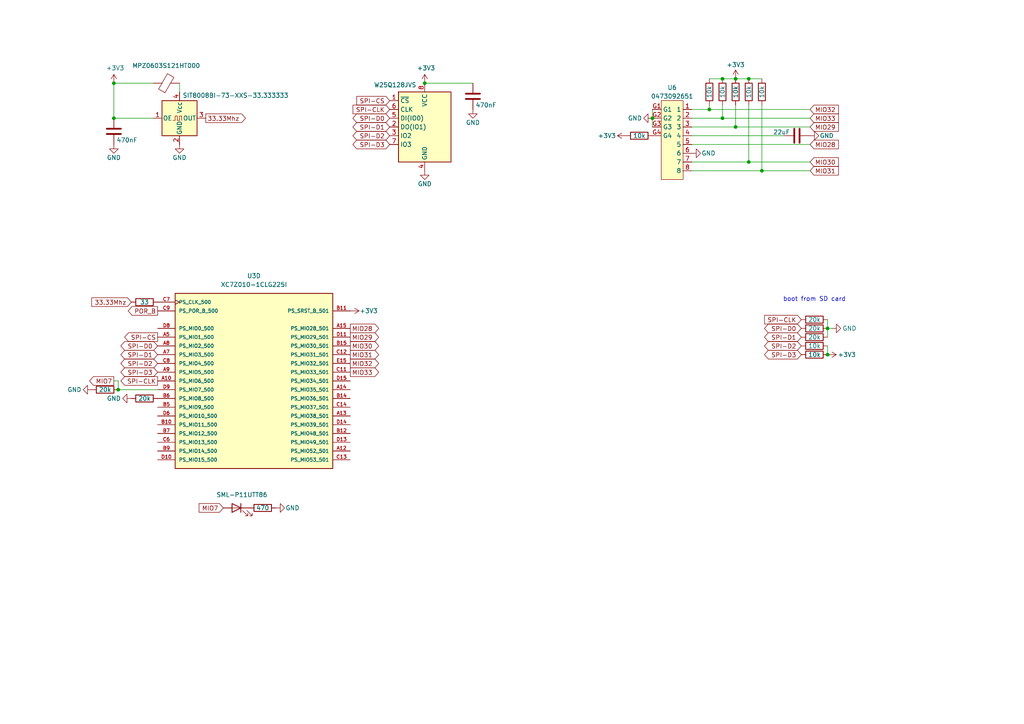
<source format=kicad_sch>
(kicad_sch (version 20231120) (generator "eeschema") (generator_version "8.0")
  (paper "A4")
  (lib_symbols
    (symbol "Device:C" (pin_numbers hide) (pin_names (offset 0.254))
      (property "Reference" "C" (at 0.635 2.54 0))
      (property "Value" "C" (at 0.635 -2.54 0))
      (symbol "C_0_1"
        (polyline (pts (xy -2.032 -0.762) (xy 2.032 -0.762)) (stroke (width 0.508)))
        (polyline (pts (xy -2.032 0.762) (xy 2.032 0.762)) (stroke (width 0.508)))
      )
      (symbol "C_1_1"
        (pin passive line (at 0 3.81 270) (length 2.794) (name "~") (number "1"))
        (pin passive line (at 0 -3.81 90) (length 2.794) (name "~") (number "2"))
      )
    )
    (symbol "Device:FerriteBead" (pin_numbers hide) (pin_names (offset 0))
      (property "Reference" "FB" (at -3.81 0.635 90))
      (property "Value" "FerriteBead" (at 3.81 0 90))
      (symbol "FerriteBead_0_1"
        (polyline (pts (xy 0 -1.27) (xy 0 -1.2192)))
        (polyline (pts (xy 0 1.27) (xy 0 1.2954)))
        (polyline (pts (xy -2.7686 0.4064) (xy -1.7018 2.2606) (xy 2.7686 -0.3048) (xy 1.6764 -2.159) (xy -2.7686 0.4064)))
      )
      (symbol "FerriteBead_1_1"
        (pin passive line (at 0 3.81 270) (length 2.54) (name "~") (number "1"))
        (pin passive line (at 0 -3.81 90) (length 2.54) (name "~") (number "2"))
      )
    )
    (symbol "Device:LED" (pin_numbers hide) (pin_names (offset 1.016) hide)
      (property "Reference" "D" (at 0 2.54 0))
      (property "Value" "LED" (at 0 -2.54 0))
      (symbol "LED_0_1"
        (polyline (pts (xy -1.27 -1.27) (xy -1.27 1.27)) (stroke (width 0.254)))
        (polyline (pts (xy -1.27 0) (xy 1.27 0)))
        (polyline (pts (xy 1.27 -1.27) (xy 1.27 1.27) (xy -1.27 0) (xy 1.27 -1.27)) (stroke (width 0.254)))
        (polyline (pts (xy -3.048 -0.762) (xy -4.572 -2.286) (xy -3.81 -2.286) (xy -4.572 -2.286) (xy -4.572 -1.524)))
        (polyline (pts (xy -1.778 -0.762) (xy -3.302 -2.286) (xy -2.54 -2.286) (xy -3.302 -2.286) (xy -3.302 -1.524)))
      )
      (symbol "LED_1_1"
        (pin passive line (at -3.81 0 0) (length 2.54) (name "K") (number "1"))
        (pin passive line (at 3.81 0 180) (length 2.54) (name "A") (number "2"))
      )
    )
    (symbol "Device:R" (pin_numbers hide) (pin_names (offset 0))
      (property "Reference" "R" (at 2.032 0 90))
      (property "Value" "R" (at 0 0 90))
      (symbol "R_0_1"
        (rectangle (start -1.016 -2.54) (end 1.016 2.54) (stroke (width 0.254)))
      )
      (symbol "R_1_1"
        (pin passive line (at 0 3.81 270) (length 1.27) (name "~") (number "1"))
        (pin passive line (at 0 -3.81 90) (length 1.27) (name "~") (number "2"))
      )
    )
    (symbol "ESP32-PRO_Rev_B1:GND" (power) (pin_names (offset 0))
      (property "Value" "GND" (at 0 -3.81 0))
      (symbol "GND_0_1"
        (polyline (pts (xy 0 0) (xy 0 -1.27) (xy 1.27 -1.27) (xy 0 -2.54) (xy -1.27 -1.27) (xy 0 -1.27)))
      )
      (symbol "GND_1_1"
        (pin power_in line (at 0 0 270) (length 0) hide (name "GND") (number "1"))
      )
    )
    (symbol "Memory_Flash:W25Q128JVS"
      (property "Reference" "U" (at -6.35 11.43 0))
      (property "Value" "W25Q128JVS" (at 7.62 11.43 0))
      (symbol "W25Q128JVS_0_1"
        (rectangle (start -7.62 10.16) (end 7.62 -10.16) (stroke (width 0.254)) (fill (type background)))
      )
      (symbol "W25Q128JVS_1_1"
        (pin input line (at -10.16 7.62 0) (length 2.54) (name "~{CS}") (number "1"))
        (pin bidirectional line (at -10.16 0 0) (length 2.54) (name "DO(IO1)") (number "2"))
        (pin bidirectional line (at -10.16 -2.54 0) (length 2.54) (name "IO2") (number "3"))
        (pin power_in line (at 0 -12.7 90) (length 2.54) (name "GND") (number "4"))
        (pin bidirectional line (at -10.16 2.54 0) (length 2.54) (name "DI(IO0)") (number "5"))
        (pin input line (at -10.16 5.08 0) (length 2.54) (name "CLK") (number "6"))
        (pin bidirectional line (at -10.16 -5.08 0) (length 2.54) (name "IO3") (number "7"))
        (pin power_in line (at 0 12.7 270) (length 2.54) (name "VCC") (number "8"))
      )
    )
    (symbol "Oscillator:SG-210SCD" (pin_names (offset 0.254))
      (property "Reference" "X" (at -5.08 6.35 0))
      (property "Value" "SG-210SCD" (at 1.27 -6.35 0))
      (symbol "SG-210SCD_0_1"
        (rectangle (start -5.08 5.08) (end 5.08 -5.08) (stroke (width 0.254)) (fill (type background)))
        (polyline (pts (xy -1.905 -0.635) (xy -1.27 -0.635) (xy -1.27 0.635) (xy -0.635 0.635) (xy -0.635 -0.635) (xy 0 -0.635) (xy 0 0.635) (xy 0.635 0.635) (xy 0.635 -0.635)))
      )
      (symbol "SG-210SCD_1_1"
        (pin input line (at -7.62 0 0) (length 2.54) (name "OE") (number "1"))
        (pin power_in line (at 0 -7.62 90) (length 2.54) (name "GND") (number "2"))
        (pin output line (at 7.62 0 180) (length 2.54) (name "OUT") (number "3"))
        (pin power_in line (at 0 7.62 270) (length 2.54) (name "Vcc") (number "4"))
      )
    )
    (symbol "Personal:U"
      (property "Reference" "U" (at 0 0 0))
      (symbol "U_1_1"
        (rectangle (start -2.54 -1.27) (end 3.81 -24.13) (fill (type background)))
        (pin input line (at 6.35 -3.81 180) (length 2.54) (name "1") (number "1"))
        (pin input line (at 6.35 -6.35 180) (length 2.54) (name "2") (number "2"))
        (pin input line (at 6.35 -8.89 180) (length 2.54) (name "3") (number "3"))
        (pin input line (at 6.35 -11.43 180) (length 2.54) (name "4") (number "4"))
        (pin input line (at 6.35 -13.97 180) (length 2.54) (name "5") (number "5"))
        (pin input line (at 6.35 -16.51 180) (length 2.54) (name "6") (number "6"))
        (pin input line (at 6.35 -19.05 180) (length 2.54) (name "7") (number "7"))
        (pin input line (at 6.35 -21.59 180) (length 2.54) (name "8") (number "8"))
        (pin input line (at -5.08 -3.81 0) (length 2.54) (name "G1") (number "G1"))
        (pin input line (at -5.08 -6.35 0) (length 2.54) (name "G2") (number "G2"))
        (pin input line (at -5.08 -8.89 0) (length 2.54) (name "G3") (number "G3"))
        (pin input line (at -5.08 -11.43 0) (length 2.54) (name "G4") (number "G4"))
      )
    )
    (symbol "Personal:XC7Z010-1CLG225I" (pin_names (offset 1.016))
      (property "Reference" "U" (at -25.5456 24.8201 0))
      (property "Value" "XC7Z010-1CLG225I" (at -25.5473 -24.1252 0))
      (symbol "XC7Z010-1CLG225I_1_0"
        (rectangle (start -25.4 -20.32) (end 25.4 22.86) (stroke (width 0.254)) (fill (type background)))
        (pin bidirectional line (at 30.48 7.62 180) (length 5.08) (name "INIT_B_0") (number "D5"))
        (pin power_in line (at 30.48 20.32 180) (length 5.08) (name "VCCBATT_0") (number "E6"))
        (pin passive line (at 30.48 -10.16 180) (length 5.08) (name "RSVDGND") (number "E8"))
        (pin input line (at -30.48 -5.08 0) (length 5.08) (name "CFGBVS_0") (number "F6"))
        (pin power_in line (at 30.48 17.78 180) (length 5.08) (name "VCCADC_0") (number "F7"))
        (pin power_in line (at 30.48 -17.78 180) (length 5.08) (name "GNDADC_0") (number "F8"))
        (pin passive line (at 30.48 -2.54 180) (length 5.08) (name "RSVSVCC1") (number "G4"))
        (pin input line (at -30.48 -7.62 0) (length 5.08) (name "VP_0") (number "G7"))
        (pin power_in line (at 30.48 -15.24 180) (length 5.08) (name "VREFN_0") (number "G8"))
        (pin input clock (at -30.48 10.16 0) (length 5.08) (name "TCK_0") (number "G9"))
        (pin passive line (at 30.48 -7.62 180) (length 5.08) (name "RSVSVCC3") (number "H4"))
        (pin power_in line (at 30.48 15.24 180) (length 5.08) (name "VREFP_0") (number "H7"))
        (pin input line (at -30.48 -10.16 0) (length 5.08) (name "VN_0") (number "H8"))
        (pin passive line (at 30.48 -5.08 180) (length 5.08) (name "RSVSVCC2") (number "J4"))
        (pin output line (at 30.48 2.54 180) (length 5.08) (name "DXP_0") (number "J7"))
        (pin input line (at -30.48 -2.54 0) (length 5.08) (name "PROGRAM_B_0") (number "K6"))
        (pin input line (at -30.48 5.08 0) (length 5.08) (name "TDI_0") (number "L7"))
        (pin output line (at -30.48 2.54 0) (length 5.08) (name "TDO_0") (number "L8"))
        (pin input line (at -30.48 7.62 0) (length 5.08) (name "TMS_0") (number "L9"))
        (pin bidirectional line (at 30.48 10.16 180) (length 5.08) (name "DONE_0") (number "M7"))
      )
      (symbol "XC7Z010-1CLG225I_2_0"
        (rectangle (start -27.94 -30.48) (end 27.94 33.02) (stroke (width 0.254)) (fill (type background)))
        (pin bidirectional line (at -33.02 30.48 0) (length 5.08) (name "IO_L1P_T0_34") (number "G11"))
        (pin bidirectional line (at -33.02 25.4 0) (length 5.08) (name "IO_L2P_T0_34") (number "G12"))
        (pin bidirectional line (at -33.02 20.32 0) (length 5.08) (name "IO_L3P_T0_DQS_PUDC_B_34") (number "G14"))
        (pin bidirectional line (at -33.02 5.08 0) (length 5.08) (name "IO_L6P_T0_34") (number "H11"))
        (pin bidirectional line (at -33.02 27.94 0) (length 5.08) (name "IO_L1N_T0_34") (number "H12"))
        (pin bidirectional line (at -33.02 22.86 0) (length 5.08) (name "IO_L2N_T0_34") (number "H13"))
        (pin bidirectional line (at -33.02 17.78 0) (length 5.08) (name "IO_L3N_T0_DQS_34") (number "H14"))
        (pin bidirectional line (at -33.02 2.54 0) (length 5.08) (name "IO_L6N_T0_VREF_34") (number "J11"))
        (pin bidirectional line (at -33.02 10.16 0) (length 5.08) (name "IO_L5P_T0_34") (number "J13"))
        (pin bidirectional line (at -33.02 7.62 0) (length 5.08) (name "IO_L5N_T0_34") (number "J14"))
        (pin bidirectional line (at -33.02 15.24 0) (length 5.08) (name "IO_L4P_T0_34") (number "J15"))
        (pin bidirectional line (at -33.02 -20.32 0) (length 5.08) (name "IO_L11P_T1_SRCC_34") (number "K11"))
        (pin bidirectional line (at -33.02 -22.86 0) (length 5.08) (name "IO_L11N_T1_SRCC_34") (number "K12"))
        (pin bidirectional line (at -33.02 -15.24 0) (length 5.08) (name "IO_L10P_T1_34") (number "K13"))
        (pin bidirectional line (at -33.02 12.7 0) (length 5.08) (name "IO_L4N_T0_34") (number "K15"))
        (pin bidirectional line (at -33.02 -25.4 0) (length 5.08) (name "IO_L12P_T1_MRCC_34") (number "L12"))
        (pin bidirectional line (at -33.02 -17.78 0) (length 5.08) (name "IO_L10N_T1_34") (number "L13"))
        (pin bidirectional line (at -33.02 -10.16 0) (length 5.08) (name "IO_L9P_T1_DQS_34") (number "L14"))
        (pin bidirectional line (at -33.02 -5.08 0) (length 5.08) (name "IO_L8P_T1_34") (number "L15"))
        (pin bidirectional line (at 33.02 -5.08 180) (length 5.08) (name "IO_L21P_T3_DQS_34") (number "M10"))
        (pin bidirectional line (at 33.02 -7.62 180) (length 5.08) (name "IO_L21N_T3_DQS_34") (number "M11"))
        (pin bidirectional line (at -33.02 -27.94 0) (length 5.08) (name "IO_L12N_T1_MRCC_34") (number "M12"))
        (pin bidirectional line (at -33.02 -12.7 0) (length 5.08) (name "IO_L9N_T1_DQS_34") (number "M14"))
        (pin bidirectional line (at -33.02 -7.62 0) (length 5.08) (name "IO_L8N_T1_34") (number "M15"))
        (pin bidirectional line (at 33.02 5.08 180) (length 5.08) (name "IO_L19P_T3_34") (number "M9"))
        (pin bidirectional line (at 33.02 30.48 180) (length 5.08) (name "IO_L13P_T2_MRCC_34") (number "N11"))
        (pin bidirectional line (at 33.02 27.94 180) (length 5.08) (name "IO_L13N_T2_MRCC_34") (number "N12"))
        (pin bidirectional line (at -33.02 0 0) (length 5.08) (name "IO_L7P_T1_34") (number "N13"))
        (pin bidirectional line (at -33.02 -2.54 0) (length 5.08) (name "IO_L7N_T1_34") (number "N14"))
        (pin bidirectional line (at 33.02 -10.16 180) (length 5.08) (name "IO_L22P_T3_34") (number "N7"))
        (pin bidirectional line (at 33.02 -12.7 180) (length 5.08) (name "IO_L22N_T3_34") (number "N8"))
        (pin bidirectional line (at 33.02 2.54 180) (length 5.08) (name "IO_L19N_T3_VREF_34") (number "N9"))
        (pin bidirectional line (at 33.02 -20.32 180) (length 5.08) (name "IO_L24P_T3_34") (number "P10"))
        (pin bidirectional line (at 33.02 20.32 180) (length 5.08) (name "IO_L16P_T2_34") (number "P11"))
        (pin bidirectional line (at 33.02 10.16 180) (length 5.08) (name "IO_L18P_T2_34") (number "P13"))
        (pin bidirectional line (at 33.02 7.62 180) (length 5.08) (name "IO_L18N_T2_34") (number "P14"))
        (pin bidirectional line (at 33.02 25.4 180) (length 5.08) (name "IO_L15P_T2_DQS_34") (number "P15"))
        (pin bidirectional line (at 33.02 -15.24 180) (length 5.08) (name "IO_L23P_T3_34") (number "P8"))
        (pin bidirectional line (at 33.02 -17.78 180) (length 5.08) (name "IO_L23N_T3_34") (number "P9"))
        (pin bidirectional line (at 33.02 -22.86 180) (length 5.08) (name "IO_L24N_T3_34") (number "R10"))
        (pin bidirectional line (at 33.02 17.78 180) (length 5.08) (name "IO_L16N_T2_34") (number "R11"))
        (pin bidirectional line (at 33.02 15.24 180) (length 5.08) (name "IO_L17P_T2_34") (number "R12"))
        (pin bidirectional line (at 33.02 12.7 180) (length 5.08) (name "IO_L17N_T2_34") (number "R13"))
        (pin bidirectional line (at 33.02 22.86 180) (length 5.08) (name "IO_L15N_T2_DQS_34") (number "R15"))
        (pin bidirectional line (at 33.02 0 180) (length 5.08) (name "IO_L20P_T3_34") (number "R7"))
        (pin bidirectional line (at 33.02 -2.54 180) (length 5.08) (name "IO_L20N_T3_34") (number "R8"))
      )
      (symbol "XC7Z010-1CLG225I_3_0"
        (rectangle (start -22.86 -10.16) (end 22.86 12.7) (stroke (width 0.254)) (fill (type background)))
        (pin bidirectional line (at -27.94 5.08 0) (length 5.08) (name "IO_L2P_T0_AD8P_35") (number "E11"))
        (pin bidirectional line (at -27.94 2.54 0) (length 5.08) (name "IO_L2N_T0_AD8N_35") (number "E12"))
        (pin bidirectional line (at -27.94 7.62 0) (length 5.08) (name "IO_L1N_T0_AD0N_35") (number "E13"))
        (pin bidirectional line (at -27.94 10.16 0) (length 5.08) (name "IO_L1P_T0_AD0P_35") (number "F12"))
        (pin bidirectional line (at -27.94 0 0) (length 5.08) (name "IO_L3P_T0_DQS_AD1P_35") (number "F13"))
        (pin bidirectional line (at -27.94 -2.54 0) (length 5.08) (name "IO_L3N_T0_DQS_AD1N_35") (number "F14"))
        (pin bidirectional line (at -27.94 -7.62 0) (length 5.08) (name "IO_L5N_T0_AD9N_35") (number "F15"))
        (pin bidirectional line (at -27.94 -5.08 0) (length 5.08) (name "IO_L5P_T0_AD9P_35") (number "G15"))
      )
      (symbol "XC7Z010-1CLG225I_4_0"
        (rectangle (start -22.86 -25.4) (end 22.86 25.4) (stroke (width 0.254)) (fill (type background)))
        (pin bidirectional line (at -27.94 0 0) (length 5.08) (name "PS_MIO6_500") (number "A10"))
        (pin bidirectional line (at 27.94 -20.32 180) (length 5.08) (name "PS_MIO52_501") (number "A12"))
        (pin bidirectional line (at 27.94 -10.16 180) (length 5.08) (name "PS_MIO38_501") (number "A13"))
        (pin bidirectional line (at 27.94 -2.54 180) (length 5.08) (name "PS_MIO35_501") (number "A14"))
        (pin bidirectional line (at 27.94 15.24 180) (length 5.08) (name "PS_MIO28_501") (number "A15"))
        (pin bidirectional line (at -27.94 12.7 0) (length 5.08) (name "PS_MIO1_500") (number "A5"))
        (pin bidirectional line (at -27.94 7.62 0) (length 5.08) (name "PS_MIO3_500") (number "A7"))
        (pin bidirectional line (at -27.94 10.16 0) (length 5.08) (name "PS_MIO2_500") (number "A8"))
        (pin bidirectional line (at -27.94 2.54 0) (length 5.08) (name "PS_MIO5_500") (number "A9"))
        (pin bidirectional line (at -27.94 -12.7 0) (length 5.08) (name "PS_MIO11_500") (number "B10"))
        (pin input line (at 27.94 20.32 180) (length 5.08) (name "PS_SRST_B_501") (number "B11"))
        (pin bidirectional line (at 27.94 -15.24 180) (length 5.08) (name "PS_MIO48_501") (number "B12"))
        (pin bidirectional line (at 27.94 -5.08 180) (length 5.08) (name "PS_MIO36_501") (number "B14"))
        (pin bidirectional line (at 27.94 10.16 180) (length 5.08) (name "PS_MIO30_501") (number "B15"))
        (pin bidirectional line (at -27.94 -7.62 0) (length 5.08) (name "PS_MIO9_500") (number "B5"))
        (pin bidirectional line (at -27.94 -5.08 0) (length 5.08) (name "PS_MIO8_500") (number "B6"))
        (pin bidirectional line (at -27.94 -15.24 0) (length 5.08) (name "PS_MIO12_500") (number "B7"))
        (pin bidirectional line (at -27.94 -20.32 0) (length 5.08) (name "PS_MIO14_500") (number "B9"))
        (pin bidirectional line (at 27.94 2.54 180) (length 5.08) (name "PS_MIO33_501") (number "C11"))
        (pin bidirectional line (at 27.94 7.62 180) (length 5.08) (name "PS_MIO31_501") (number "C12"))
        (pin bidirectional line (at 27.94 -22.86 180) (length 5.08) (name "PS_MIO53_501") (number "C13"))
        (pin bidirectional line (at 27.94 -7.62 180) (length 5.08) (name "PS_MIO37_501") (number "C14"))
        (pin bidirectional line (at -27.94 -17.78 0) (length 5.08) (name "PS_MIO13_500") (number "C6"))
        (pin input clock (at -27.94 22.86 0) (length 5.08) (name "PS_CLK_500") (number "C7"))
        (pin bidirectional line (at -27.94 5.08 0) (length 5.08) (name "PS_MIO4_500") (number "C8"))
        (pin input line (at -27.94 20.32 0) (length 5.08) (name "PS_POR_B_500") (number "C9"))
        (pin bidirectional line (at -27.94 -22.86 0) (length 5.08) (name "PS_MIO15_500") (number "D10"))
        (pin bidirectional line (at 27.94 12.7 180) (length 5.08) (name "PS_MIO29_501") (number "D11"))
        (pin bidirectional line (at 27.94 -17.78 180) (length 5.08) (name "PS_MIO49_501") (number "D13"))
        (pin bidirectional line (at 27.94 -12.7 180) (length 5.08) (name "PS_MIO39_501") (number "D14"))
        (pin bidirectional line (at 27.94 0 180) (length 5.08) (name "PS_MIO34_501") (number "D15"))
        (pin bidirectional line (at -27.94 -10.16 0) (length 5.08) (name "PS_MIO10_500") (number "D6"))
        (pin bidirectional line (at -27.94 15.24 0) (length 5.08) (name "PS_MIO0_500") (number "D8"))
        (pin bidirectional line (at -27.94 -2.54 0) (length 5.08) (name "PS_MIO7_500") (number "D9"))
        (pin bidirectional line (at 27.94 5.08 180) (length 5.08) (name "PS_MIO32_501") (number "E15"))
      )
      (symbol "XC7Z010-1CLG225I_5_0"
        (rectangle (start -27.94 -43.18) (end 27.94 43.18) (stroke (width 0.254)) (fill (type background)))
        (pin bidirectional line (at -33.02 38.1 0) (length 5.08) (name "PS_DDR_DQ1_502") (number "A2"))
        (pin bidirectional line (at -33.02 22.86 0) (length 5.08) (name "PS_DDR_DQ7_502") (number "A3"))
        (pin bidirectional line (at -33.02 27.94 0) (length 5.08) (name "PS_DDR_DQ5_502") (number "A4"))
        (pin output line (at 33.02 -2.54 180) (length 5.08) (name "PS_DDR_DM0_502") (number "B1"))
        (pin bidirectional line (at -33.02 -2.54 0) (length 5.08) (name "PS_DDR_DQS_N0_502") (number "B2"))
        (pin bidirectional line (at -33.02 30.48 0) (length 5.08) (name "PS_DDR_DQ4_502") (number "B4"))
        (pin bidirectional line (at -33.02 33.02 0) (length 5.08) (name "PS_DDR_DQ3_502") (number "C1"))
        (pin bidirectional line (at -33.02 0 0) (length 5.08) (name "PS_DDR_DQS_P0_502") (number "C2"))
        (pin bidirectional line (at -33.02 25.4 0) (length 5.08) (name "PS_DDR_DQ6_502") (number "C3"))
        (pin bidirectional line (at -33.02 35.56 0) (length 5.08) (name "PS_DDR_DQ2_502") (number "C4"))
        (pin bidirectional line (at -33.02 17.78 0) (length 5.08) (name "PS_DDR_DQ9_502") (number "D1"))
        (pin output line (at 33.02 -5.08 180) (length 5.08) (name "PS_DDR_DM1_502") (number "D3"))
        (pin bidirectional line (at -33.02 40.64 0) (length 5.08) (name "PS_DDR_DQ0_502") (number "D4"))
        (pin bidirectional line (at -33.02 20.32 0) (length 5.08) (name "PS_DDR_DQ8_502") (number "E1"))
        (pin bidirectional line (at -33.02 15.24 0) (length 5.08) (name "PS_DDR_DQ10_502") (number "E2"))
        (pin bidirectional line (at -33.02 12.7 0) (length 5.08) (name "PS_DDR_DQ11_502") (number "E3"))
        (pin bidirectional line (at -33.02 -7.62 0) (length 5.08) (name "PS_DDR_DQS_N1_502") (number "F2"))
        (pin bidirectional line (at -33.02 10.16 0) (length 5.08) (name "PS_DDR_DQ12_502") (number "F3"))
        (pin power_in line (at 33.02 40.64 180) (length 5.08) (name "PS_DDR_VREF0_502") (number "F4"))
        (pin bidirectional line (at -33.02 7.62 0) (length 5.08) (name "PS_DDR_DQ13_502") (number "G1"))
        (pin bidirectional line (at -33.02 -5.08 0) (length 5.08) (name "PS_DDR_DQS_P1_502") (number "G2"))
        (pin bidirectional line (at -33.02 5.08 0) (length 5.08) (name "PS_DDR_DQ14_502") (number "H1"))
        (pin bidirectional line (at -33.02 2.54 0) (length 5.08) (name "PS_DDR_DQ15_502") (number "H2"))
        (pin output line (at 33.02 -38.1 180) (length 5.08) (name "PS_DDR_VRP_502") (number "H3"))
        (pin output line (at 33.02 10.16 180) (length 5.08) (name "PS_DDR_A10_502") (number "J1"))
        (pin output line (at 33.02 -40.64 180) (length 5.08) (name "PS_DDR_VRN_502") (number "J3"))
        (pin output line (at 33.02 0 180) (length 5.08) (name "PS_DDR_A14_502") (number "K1"))
        (pin output line (at 33.02 2.54 180) (length 5.08) (name "PS_DDR_A13_502") (number "K2"))
        (pin output line (at 33.02 -25.4 180) (length 5.08) (name "PS_DDR_ODT_502") (number "K3"))
        (pin output line (at 33.02 7.62 180) (length 5.08) (name "PS_DDR_A11_502") (number "L2"))
        (pin output line (at 33.02 -20.32 180) (length 5.08) (name "PS_DDR_CKE_502") (number "L3"))
        (pin output line (at 33.02 -22.86 180) (length 5.08) (name "PS_DDR_DRST_B_502") (number "L4"))
        (pin output line (at 33.02 30.48 180) (length 5.08) (name "PS_DDR_A2_502") (number "M1"))
        (pin output line (at 33.02 5.08 180) (length 5.08) (name "PS_DDR_A12_502") (number "M2"))
        (pin output line (at 33.02 27.94 180) (length 5.08) (name "PS_DDR_A3_502") (number "M4"))
        (pin output line (at 33.02 17.78 180) (length 5.08) (name "PS_DDR_A7_502") (number "M5"))
        (pin output line (at 33.02 -7.62 180) (length 5.08) (name "PS_DDR_BA0_502") (number "M6"))
        (pin output line (at 33.02 33.02 180) (length 5.08) (name "PS_DDR_A1_502") (number "N1"))
        (pin output clock (at 33.02 -17.78 180) (length 5.08) (name "PS_DDR_CKN_502") (number "N2"))
        (pin output clock (at 33.02 -15.24 180) (length 5.08) (name "PS_DDR_CKP_502") (number "N3"))
        (pin output line (at 33.02 12.7 180) (length 5.08) (name "PS_DDR_A9_502") (number "N4"))
        (pin output line (at 33.02 -12.7 180) (length 5.08) (name "PS_DDR_BA2_502") (number "N6"))
        (pin output line (at 33.02 35.56 180) (length 5.08) (name "PS_DDR_A0_502") (number "P1"))
        (pin output line (at 33.02 25.4 180) (length 5.08) (name "PS_DDR_A4_502") (number "P3"))
        (pin output line (at 33.02 22.86 180) (length 5.08) (name "PS_DDR_A5_502") (number "P4"))
        (pin output line (at 33.02 20.32 180) (length 5.08) (name "PS_DDR_A6_502") (number "P5"))
        (pin output line (at 33.02 15.24 180) (length 5.08) (name "PS_DDR_A8_502") (number "P6"))
        (pin output line (at 33.02 -10.16 180) (length 5.08) (name "PS_DDR_BA1_502") (number "R1"))
        (pin output line (at 33.02 -27.94 180) (length 5.08) (name "PS_DDR_CS_B_502") (number "R2"))
        (pin output line (at 33.02 -30.48 180) (length 5.08) (name "PS_DDR_WE_B_502") (number "R3"))
        (pin output line (at 33.02 -33.02 180) (length 5.08) (name "PS_DDR_CAS_B_502") (number "R5"))
        (pin output line (at 33.02 -35.56 180) (length 5.08) (name "PS_DDR_RAS_B_502") (number "R6"))
      )
      (symbol "XC7Z010-1CLG225I_6_0"
        (rectangle (start -17.78 -17.78) (end 17.78 17.78) (stroke (width 0.254)) (fill (type background)))
        (pin power_in line (at 22.86 -15.24 180) (length 5.08) (name "GND") (number "A1"))
        (pin power_in line (at 22.86 -15.24 180) (length 5.08) (name "GND") (number "A11"))
        (pin power_in line (at 22.86 -5.08 180) (length 5.08) (name "VCCO_MIO0_500") (number "A6"))
        (pin power_in line (at 22.86 -7.62 180) (length 5.08) (name "VCCO_MIO1_501") (number "B13"))
        (pin power_in line (at 22.86 -10.16 180) (length 5.08) (name "VCCO_DDR_502") (number "B3"))
        (pin power_in line (at 22.86 -15.24 180) (length 5.08) (name "GND") (number "B8"))
        (pin power_in line (at 22.86 -7.62 180) (length 5.08) (name "VCCO_MIO1_501") (number "C10"))
        (pin power_in line (at 22.86 -15.24 180) (length 5.08) (name "GND") (number "C15"))
        (pin power_in line (at 22.86 -15.24 180) (length 5.08) (name "GND") (number "C5"))
        (pin power_in line (at 22.86 -15.24 180) (length 5.08) (name "GND") (number "D12"))
        (pin power_in line (at 22.86 -15.24 180) (length 5.08) (name "GND") (number "D2"))
        (pin power_in line (at 22.86 -5.08 180) (length 5.08) (name "VCCO_MIO0_500") (number "D7"))
        (pin power_in line (at 22.86 15.24 180) (length 5.08) (name "VCCINT") (number "E10"))
        (pin power_in line (at 22.86 -7.62 180) (length 5.08) (name "VCCO_MIO1_501") (number "E14"))
        (pin power_in line (at 22.86 -10.16 180) (length 5.08) (name "VCCO_DDR_502") (number "E4"))
        (pin power_in line (at 22.86 -15.24 180) (length 5.08) (name "GND") (number "E5"))
        (pin power_in line (at 22.86 -15.24 180) (length 5.08) (name "GND") (number "E7"))
        (pin power_in line (at 22.86 -15.24 180) (length 5.08) (name "GND") (number "E9"))
        (pin power_in line (at 22.86 -10.16 180) (length 5.08) (name "VCCO_DDR_502") (number "F1"))
        (pin power_in line (at 22.86 -15.24 180) (length 5.08) (name "GND") (number "F10"))
        (pin power_in line (at 22.86 -2.54 180) (length 5.08) (name "VCCO_35") (number "F11"))
        (pin power_in line (at 22.86 5.08 180) (length 5.08) (name "VCCPLL") (number "F5"))
        (pin power_in line (at 22.86 15.24 180) (length 5.08) (name "VCCINT") (number "F9"))
        (pin power_in line (at 22.86 15.24 180) (length 5.08) (name "VCCINT") (number "G10"))
        (pin power_in line (at 22.86 -15.24 180) (length 5.08) (name "GND") (number "G13"))
        (pin power_in line (at 22.86 -15.24 180) (length 5.08) (name "GND") (number "G3"))
        (pin power_in line (at 22.86 -15.24 180) (length 5.08) (name "GND") (number "G5"))
        (pin power_in line (at 22.86 12.7 180) (length 5.08) (name "VCCPINT") (number "G6"))
        (pin power_in line (at 22.86 -15.24 180) (length 5.08) (name "GND") (number "H10"))
        (pin power_in line (at 22.86 -2.54 180) (length 5.08) (name "VCCO_35") (number "H15"))
        (pin power_in line (at 22.86 12.7 180) (length 5.08) (name "VCCPINT") (number "H5"))
        (pin power_in line (at 22.86 -15.24 180) (length 5.08) (name "GND") (number "H6"))
        (pin power_in line (at 22.86 10.16 180) (length 5.08) (name "VCCAUX") (number "H9"))
        (pin power_in line (at 22.86 15.24 180) (length 5.08) (name "VCCINT") (number "J10"))
        (pin power_in line (at 22.86 0 180) (length 5.08) (name "VCCO_34") (number "J12"))
        (pin power_in line (at 22.86 -10.16 180) (length 5.08) (name "VCCO_DDR_502") (number "J2"))
        (pin power_in line (at 22.86 -15.24 180) (length 5.08) (name "GND") (number "J5"))
        (pin power_in line (at 22.86 7.62 180) (length 5.08) (name "VCCPAUX") (number "J6"))
        (pin power_in line (at 22.86 10.16 180) (length 5.08) (name "VCCAUX") (number "J8"))
        (pin power_in line (at 22.86 -15.24 180) (length 5.08) (name "GND") (number "J9"))
        (pin power_in line (at 22.86 -15.24 180) (length 5.08) (name "GND") (number "K10"))
        (pin power_in line (at 22.86 -15.24 180) (length 5.08) (name "GND") (number "K14"))
        (pin power_in line (at 22.86 -15.24 180) (length 5.08) (name "GND") (number "K4"))
        (pin power_in line (at 22.86 12.7 180) (length 5.08) (name "VCCPINT") (number "K5"))
        (pin power_in line (at 22.86 -15.24 180) (length 5.08) (name "GND") (number "K7"))
        (pin power_in line (at 22.86 2.54 180) (length 5.08) (name "VCCO_0") (number "K8"))
        (pin power_in line (at 22.86 10.16 180) (length 5.08) (name "VCCAUX") (number "K9"))
        (pin power_in line (at 22.86 -15.24 180) (length 5.08) (name "GND") (number "L1"))
        (pin power_in line (at 22.86 15.24 180) (length 5.08) (name "VCCINT") (number "L10"))
        (pin power_in line (at 22.86 -15.24 180) (length 5.08) (name "GND") (number "L11"))
        (pin power_in line (at 22.86 -15.24 180) (length 5.08) (name "GND") (number "L5"))
        (pin power_in line (at 22.86 7.62 180) (length 5.08) (name "VCCPAUX") (number "L6"))
        (pin power_in line (at 22.86 0 180) (length 5.08) (name "VCCO_34") (number "M13"))
        (pin power_in line (at 22.86 -10.16 180) (length 5.08) (name "VCCO_DDR_502") (number "M3"))
        (pin power_in line (at 22.86 -15.24 180) (length 5.08) (name "GND") (number "M8"))
        (pin power_in line (at 22.86 0 180) (length 5.08) (name "VCCO_34") (number "N10"))
        (pin power_in line (at 22.86 -15.24 180) (length 5.08) (name "GND") (number "N15"))
        (pin power_in line (at 22.86 -15.24 180) (length 5.08) (name "GND") (number "N5"))
        (pin power_in line (at 22.86 -15.24 180) (length 5.08) (name "GND") (number "P12"))
        (pin power_in line (at 22.86 -15.24 180) (length 5.08) (name "GND") (number "P2"))
        (pin power_in line (at 22.86 0 180) (length 5.08) (name "VCCO_34") (number "P7"))
        (pin power_in line (at 22.86 0 180) (length 5.08) (name "VCCO_34") (number "R14"))
        (pin power_in line (at 22.86 -10.16 180) (length 5.08) (name "VCCO_DDR_502") (number "R4"))
        (pin power_in line (at 22.86 -15.24 180) (length 5.08) (name "GND") (number "R9"))
      )
    )
    (symbol "power:+3V3" (power) (pin_names (offset 0))
      (property "Value" "+3V3" (at 0 3.556 0))
      (symbol "+3V3_0_1"
        (polyline (pts (xy -0.762 1.27) (xy 0 2.54)))
        (polyline (pts (xy 0 0) (xy 0 2.54)))
        (polyline (pts (xy 0 2.54) (xy 0.762 1.27)))
      )
      (symbol "+3V3_1_1"
        (pin power_in line (at 0 0 90) (length 0) hide (name "+3V3") (number "1"))
      )
    )
  )
  (junction (at 33.02 24.13))
  (junction (at 240.03 95.25))
  (junction (at 33.02 34.29))
  (junction (at 209.55 22.86))
  (junction (at 217.17 22.86))
  (junction (at 189.23 34.29))
  (junction (at 217.17 46.99))
  (junction (at 213.36 36.83))
  (junction (at 213.36 22.86))
  (junction (at 209.55 34.29))
  (junction (at 123.19 24.13))
  (junction (at 220.98 49.53))
  (junction (at 34.29 113.03))
  (junction (at 240.03 102.87))
  (junction (at 205.74 31.75))
  (wire (pts (xy 213.36 22.86) (xy 217.17 22.86)))
  (wire (pts (xy 240.03 95.25) (xy 240.03 97.79)))
  (wire (pts (xy 213.36 36.83) (xy 200.66 36.83)))
  (wire (pts (xy 213.36 30.48) (xy 213.36 36.83)))
  (wire (pts (xy 123.19 24.13) (xy 137.16 24.13)))
  (wire (pts (xy 33.02 110.49) (xy 34.29 110.49)))
  (wire (pts (xy 34.29 113.03) (xy 45.72 113.03)))
  (wire (pts (xy 217.17 30.48) (xy 217.17 46.99)))
  (wire (pts (xy 200.66 49.53) (xy 220.98 49.53)))
  (wire (pts (xy 52.07 24.13) (xy 52.07 26.67)))
  (wire (pts (xy 220.98 30.48) (xy 220.98 49.53)))
  (wire (pts (xy 189.23 34.29) (xy 189.23 36.83)))
  (wire (pts (xy 234.95 46.99) (xy 217.17 46.99)))
  (wire (pts (xy 33.02 34.29) (xy 44.45 34.29)))
  (wire (pts (xy 217.17 22.86) (xy 220.98 22.86)))
  (wire (pts (xy 205.74 31.75) (xy 200.66 31.75)))
  (wire (pts (xy 33.02 24.13) (xy 33.02 34.29)))
  (wire (pts (xy 217.17 46.99) (xy 200.66 46.99)))
  (wire (pts (xy 234.95 41.91) (xy 200.66 41.91)))
  (wire (pts (xy 213.36 22.86) (xy 209.55 22.86)))
  (wire (pts (xy 209.55 22.86) (xy 205.74 22.86)))
  (wire (pts (xy 220.98 49.53) (xy 234.95 49.53)))
  (wire (pts (xy 234.95 36.83) (xy 213.36 36.83)))
  (wire (pts (xy 205.74 30.48) (xy 205.74 31.75)))
  (wire (pts (xy 189.23 31.75) (xy 189.23 34.29)))
  (wire (pts (xy 34.29 110.49) (xy 34.29 113.03)))
  (wire (pts (xy 33.02 24.13) (xy 44.45 24.13)))
  (wire (pts (xy 240.03 100.33) (xy 240.03 102.87)))
  (wire (pts (xy 209.55 30.48) (xy 209.55 34.29)))
  (wire (pts (xy 234.95 34.29) (xy 209.55 34.29)))
  (wire (pts (xy 227.33 39.37) (xy 200.66 39.37)))
  (wire (pts (xy 209.55 34.29) (xy 200.66 34.29)))
  (wire (pts (xy 240.03 92.71) (xy 240.03 95.25)))
  (wire (pts (xy 234.95 31.75) (xy 205.74 31.75)))
  (wire (pts (xy 241.3 95.25) (xy 240.03 95.25)))
  (text "boot from SD card" (at 236.22 86.868 0) (effects (font (size 1.27 1.27))))
  (global_label "SPI-D2" (shape bidirectional) (at 45.72 105.41 180) (property "Intersheetrefs" "${INTERSHEET_REFS}" (effects (hide yes))))
  (global_label "SPI-D0" (shape bidirectional) (at 45.72 100.33 180) (property "Intersheetrefs" "${INTERSHEET_REFS}" (effects (hide yes))))
  (global_label "MIO29" (shape output) (at 101.6 97.79 0) (property "Intersheetrefs" "${INTERSHEET_REFS}" (effects (hide yes))))
  (global_label "MIO31" (shape output) (at 101.6 102.87 0) (property "Intersheetrefs" "${INTERSHEET_REFS}" (effects (hide yes))))
  (global_label "SPI-D2" (shape bidirectional) (at 232.41 100.33 180) (property "Intersheetrefs" "${INTERSHEET_REFS}" (effects (hide yes))))
  (global_label "MIO30" (shape output) (at 101.6 100.33 0) (property "Intersheetrefs" "${INTERSHEET_REFS}" (effects (hide yes))))
  (global_label "SPI-CLK" (shape input) (at 232.41 92.71 180) (property "Intersheetrefs" "${INTERSHEET_REFS}" (effects (hide yes))))
  (global_label "SPI-CS" (shape input) (at 113.03 29.21 180) (property "Intersheetrefs" "${INTERSHEET_REFS}" (effects (hide yes))))
  (global_label "MIO28" (shape input) (at 234.95 41.91 0) (property "Intersheetrefs" "${INTERSHEET_REFS}" (effects (hide yes))))
  (global_label "SPI-D1" (shape bidirectional) (at 113.03 36.83 180) (property "Intersheetrefs" "${INTERSHEET_REFS}" (effects (hide yes))))
  (global_label "SPI-D3" (shape bidirectional) (at 45.72 107.95 180) (property "Intersheetrefs" "${INTERSHEET_REFS}" (effects (hide yes))))
  (global_label "SPI-D0" (shape bidirectional) (at 232.41 95.25 180) (property "Intersheetrefs" "${INTERSHEET_REFS}" (effects (hide yes))))
  (global_label "MIO28" (shape output) (at 101.6 95.25 0) (property "Intersheetrefs" "${INTERSHEET_REFS}" (effects (hide yes))))
  (global_label "SPI-D1" (shape bidirectional) (at 45.72 102.87 180) (property "Intersheetrefs" "${INTERSHEET_REFS}" (effects (hide yes))))
  (global_label "MIO31" (shape input) (at 234.95 49.53 0) (property "Intersheetrefs" "${INTERSHEET_REFS}" (effects (hide yes))))
  (global_label "SPI-D0" (shape bidirectional) (at 113.03 34.29 180) (property "Intersheetrefs" "${INTERSHEET_REFS}" (effects (hide yes))))
  (global_label "SPI-D3" (shape bidirectional) (at 113.03 41.91 180) (property "Intersheetrefs" "${INTERSHEET_REFS}" (effects (hide yes))))
  (global_label "MIO32" (shape input) (at 234.95 31.75 0) (property "Intersheetrefs" "${INTERSHEET_REFS}" (effects (hide yes))))
  (global_label "MIO33" (shape input) (at 234.95 34.29 0) (property "Intersheetrefs" "${INTERSHEET_REFS}" (effects (hide yes))))
  (global_label "MIO33" (shape output) (at 101.6 107.95 0) (property "Intersheetrefs" "${INTERSHEET_REFS}" (effects (hide yes))))
  (global_label "MIO7" (shape output) (at 33.02 110.49 180) (property "Intersheetrefs" "${INTERSHEET_REFS}" (effects (hide yes))))
  (global_label "SPI-D1" (shape bidirectional) (at 232.41 97.79 180) (property "Intersheetrefs" "${INTERSHEET_REFS}" (effects (hide yes))))
  (global_label "33.33Mhz" (shape input) (at 38.1 87.63 180) (property "Intersheetrefs" "${INTERSHEET_REFS}" (effects (hide yes))))
  (global_label "SPI-D3" (shape bidirectional) (at 232.41 102.87 180) (property "Intersheetrefs" "${INTERSHEET_REFS}" (effects (hide yes))))
  (global_label "MIO7" (shape input) (at 64.77 147.32 180) (property "Intersheetrefs" "${INTERSHEET_REFS}" (effects (hide yes))))
  (global_label "SPI-CLK" (shape input) (at 113.03 31.75 180) (property "Intersheetrefs" "${INTERSHEET_REFS}" (effects (hide yes))))
  (global_label "SPI-D2" (shape bidirectional) (at 113.03 39.37 180) (property "Intersheetrefs" "${INTERSHEET_REFS}" (effects (hide yes))))
  (global_label "SPI-CS" (shape output) (at 45.72 97.79 180) (property "Intersheetrefs" "${INTERSHEET_REFS}" (effects (hide yes))))
  (global_label "POR_B" (shape output) (at 45.72 90.17 180) (property "Intersheetrefs" "${INTERSHEET_REFS}" (effects (hide yes))))
  (global_label "MIO30" (shape input) (at 234.95 46.99 0) (property "Intersheetrefs" "${INTERSHEET_REFS}" (effects (hide yes))))
  (global_label "MIO32" (shape output) (at 101.6 105.41 0) (property "Intersheetrefs" "${INTERSHEET_REFS}" (effects (hide yes))))
  (global_label "33.33Mhz" (shape output) (at 59.69 34.29 0) (property "Intersheetrefs" "${INTERSHEET_REFS}" (effects (hide yes))))
  (global_label "MIO29" (shape input) (at 234.95 36.83 0) (property "Intersheetrefs" "${INTERSHEET_REFS}" (effects (hide yes))))
  (global_label "SPI-CLK" (shape output) (at 45.72 110.49 180) (property "Intersheetrefs" "${INTERSHEET_REFS}" (effects (hide yes))))
  (symbol (lib_id "power:+3V3") (at 213.36 22.86 0) (mirror y) (unit 1)
    (property "Reference" "#PWR07" (effects (hide yes)))
    (property "Value" "+3V3" (at 213.36 18.796 0))
  )
  (symbol (lib_id "ESP32-PRO_Rev_B1:GND") (at 52.07 41.91 0) (unit 1)
    (property "Reference" "#PWR063" (effects (hide yes)))
    (property "Value" "GND" (at 52.07 45.72 0))
  )
  (symbol (lib_id "Device:R") (at 30.48 113.03 90) (mirror x) (unit 1)
    (property "Reference" "R20" (effects (hide yes)))
    (property "Value" "20k" (at 30.48 113.03 90))
    (property "Footprint" "Capacitor_SMD:C_0201_0603Metric" (effects (hide yes)))
    (property "Description" "Resistor" (effects (hide yes)))
  )
  (symbol (lib_id "Memory_Flash:W25Q128JVS") (at 123.19 36.83 0) (unit 1)
    (property "Reference" "U5" (effects (hide yes)))
    (property "Value" "W25Q128JVS" (at 108.458 24.638 0) (effects (justify left)))
    (property "Footprint" "Package_SO:SOIC-8_5.23x5.23mm_P1.27mm" (effects (hide yes)))
    (property "Datasheet" "https://www.winbond.com/resource-files/w25q128jv_dtr%20revc%2003272018%20plus.pdf" (effects (hide yes)))
    (property "Description" "128Mb Serial Flash Memory, Standard/Dual/Quad SPI, SOIC-8" (effects (hide yes)))
  )
  (symbol (lib_id "ESP32-PRO_Rev_B1:GND") (at 123.19 49.53 0) (unit 1)
    (property "Reference" "#PWR057" (effects (hide yes)))
    (property "Value" "GND" (at 123.19 53.34 0))
  )
  (symbol (lib_id "power:+3V3") (at 33.02 24.13 0) (unit 1)
    (property "Reference" "#PWR062" (effects (hide yes)))
    (property "Value" "+3V3" (at 33.401 19.7358 0))
  )
  (symbol (lib_id "Device:R") (at 209.55 26.67 0) (mirror y) (unit 1)
    (property "Reference" "R25" (effects (hide yes)))
    (property "Value" "10k" (at 209.55 26.67 90))
    (property "Footprint" "Capacitor_SMD:C_0402_1005Metric" (effects (hide yes)))
    (property "Description" "Resistor" (effects (hide yes)))
  )
  (symbol (lib_id "Oscillator:SG-210SCD") (at 52.07 34.29 0) (unit 1)
    (property "Reference" "X1" (effects (hide yes)))
    (property "Value" "SIT8008BI-73-XXS-33.333333" (at 68.326 27.686 0))
    (property "Footprint" "Oscillator:Oscillator_SMD_SeikoEpson_SG210-4Pin_2.5x2.0mm" (effects (hide yes)))
    (property "Datasheet" "https://support.epson.biz/td/api/doc_check.php?mode=dl&lang=en&Parts=SG-210SED" (effects (hide yes)))
    (property "Description" "Crystal Oscillator Low Profile / High Stability SPXO" (effects (hide yes)))
  )
  (symbol (lib_id "ESP32-PRO_Rev_B1:GND") (at 26.67 113.03 270) (mirror x) (unit 1)
    (property "Reference" "#PWR061" (effects (hide yes)))
    (property "Value" "GND" (at 21.59 113.03 90))
  )
  (symbol (lib_id "Device:R") (at 236.22 95.25 270) (unit 1)
    (property "Reference" "R16" (effects (hide yes)))
    (property "Value" "20k" (at 236.22 95.25 90))
    (property "Footprint" "Capacitor_SMD:C_0201_0603Metric" (effects (hide yes)))
    (property "Description" "Resistor" (effects (hide yes)))
  )
  (symbol (lib_id "ESP32-PRO_Rev_B1:GND") (at 234.95 39.37 90) (unit 1)
    (property "Reference" "#PWR04" (effects (hide yes)))
    (property "Value" "GND" (at 239.776 39.37 90))
  )
  (symbol (lib_id "Personal:XC7Z010-1CLG225I") (at 73.66 110.49 0) (unit 4)
    (property "Reference" "U3" (at 73.66 80.01 0))
    (property "Value" "XC7Z010-1CLG225I" (at 73.66 82.55 0))
    (property "Footprint" "Sync_VT extras:225-LFBGA" (effects (hide yes)))
    (property "MF" "Xilinx Inc." (effects (hide yes)))
    (property "SNAPEDA_PACKAGE_ID" "16134" (effects (hide yes)))
    (property "PACKAGE" "CSPBGA-225 Xilinx" (effects (hide yes)))
    (property "MPN" "XC7Z010-1CLG225I" (effects (hide yes)))
    (property "PRICE" "61.07 USD" (effects (hide yes)))
    (property "Package" "CSPBGA-225 Xilinx" (effects (hide yes)))
    (property "Check_prices" "https://www.snapeda.com/parts/XC7Z010-1CLG225I/Xilinx+Inc./view-part/?ref=eda" (effects (hide yes)))
    (property "STANDARD" "IPC-7351B" (effects (hide yes)))
    (property "PARREV" "1.8" (effects (hide yes)))
    (property "SnapEDA_Link" "https://www.snapeda.com/parts/XC7Z010-1CLG225I/Xilinx+Inc./view-part/?ref=snap" (effects (hide yes)))
    (property "MP" "XC7Z010-1CLG225I" (effects (hide yes)))
    (property "Price" "None" (effects (hide yes)))
    (property "Description_1" "\n                        \n                            Dual ARM® Cortex®-A9 MPCore™ with CoreSight™ System On Chip (SOC) IC Zynq®-7000 Artix™-7 FPGA, 28K Logic Cells   667MHz 225-CSPBGA (13x13)\n                        \n" (effects (hide yes)))
    (property "Availability" "In Stock" (effects (hide yes)))
    (property "AVAILABILITY" "Bad" (effects (hide yes)))
    (property "MANUFACTURER" "Xilinx" (effects (hide yes)))
  )
  (symbol (lib_id "ESP32-PRO_Rev_B1:GND") (at 200.66 44.45 90) (unit 1)
    (property "Reference" "#PWR05" (effects (hide yes)))
    (property "Value" "GND" (at 205.486 44.45 90))
  )
  (symbol (lib_id "Device:R") (at 76.2 147.32 90) (mirror x) (unit 1)
    (property "Reference" "R22" (effects (hide yes)))
    (property "Value" "470" (at 76.2 147.32 90))
    (property "Footprint" "Capacitor_SMD:C_0201_0603Metric" (effects (hide yes)))
    (property "Description" "Resistor" (effects (hide yes)))
  )
  (symbol (lib_id "ESP32-PRO_Rev_B1:GND") (at 80.01 147.32 90) (unit 1)
    (property "Reference" "#PWR066" (effects (hide yes)))
    (property "Value" "GND" (at 84.836 147.32 90))
  )
  (symbol (lib_id "power:+3V3") (at 240.03 102.87 270) (unit 1)
    (property "Reference" "#PWR058" (effects (hide yes)))
    (property "Value" "+3V3" (at 245.618 102.87 90))
  )
  (symbol (lib_id "Device:R") (at 185.42 39.37 90) (mirror x) (unit 1)
    (property "Reference" "R23" (effects (hide yes)))
    (property "Value" "10k" (at 185.42 39.37 90))
    (property "Footprint" "Capacitor_SMD:C_0402_1005Metric" (effects (hide yes)))
    (property "Description" "Resistor" (effects (hide yes)))
  )
  (symbol (lib_id "Device:C") (at 33.02 38.1 0) (unit 1)
    (property "Reference" "C27" (effects (hide yes)))
    (property "Value" "470nF" (at 33.782 40.64 0) (effects (justify left)))
    (property "Footprint" "Capacitor_SMD:C_0201_0603Metric" (effects (hide yes)))
    (property "Description" "Unpolarized capacitor" (effects (hide yes)))
  )
  (symbol (lib_id "Device:R") (at 205.74 26.67 0) (mirror y) (unit 1)
    (property "Reference" "R24" (effects (hide yes)))
    (property "Value" "10k" (at 205.74 26.67 90))
    (property "Footprint" "Capacitor_SMD:C_0402_1005Metric" (effects (hide yes)))
    (property "Description" "Resistor" (effects (hide yes)))
  )
  (symbol (lib_id "power:+3V3") (at 181.61 39.37 90) (mirror x) (unit 1)
    (property "Reference" "#PWR01" (effects (hide yes)))
    (property "Value" "+3V3" (at 176.022 39.37 90))
  )
  (symbol (lib_id "Device:C") (at 137.16 27.94 0) (unit 1)
    (property "Reference" "C26" (effects (hide yes)))
    (property "Value" "470nF" (at 137.922 30.48 0) (effects (justify left)))
    (property "Footprint" "Capacitor_SMD:C_0201_0603Metric" (effects (hide yes)))
    (property "Description" "Unpolarized capacitor" (effects (hide yes)))
  )
  (symbol (lib_id "Device:R") (at 41.91 87.63 270) (unit 1)
    (property "Reference" "R21" (effects (hide yes)))
    (property "Value" "33" (at 41.91 87.63 90))
    (property "Footprint" "Capacitor_SMD:C_0201_0603Metric" (effects (hide yes)))
    (property "Description" "Resistor" (effects (hide yes)))
  )
  (symbol (lib_id "Device:C") (at 231.14 39.37 90) (unit 1)
    (property "Reference" "C1" (effects (hide yes)))
    (property "Value" "22uF" (at 229.108 38.354 90) (effects (justify left)))
    (property "Footprint" "Capacitor_SMD:C_0402_1005Metric" (effects (hide yes)))
    (property "Description" "Unpolarized capacitor" (effects (hide yes)))
  )
  (symbol (lib_id "Device:R") (at 236.22 97.79 270) (unit 1)
    (property "Reference" "R17" (effects (hide yes)))
    (property "Value" "20k" (at 236.22 97.79 90))
    (property "Footprint" "Capacitor_SMD:C_0201_0603Metric" (effects (hide yes)))
    (property "Description" "Resistor" (effects (hide yes)))
  )
  (symbol (lib_id "Personal:U") (at 194.31 27.94 0) (unit 1)
    (property "Reference" "U6" (at 194.945 25.4 0))
    (property "Value" "0473092651" (at 194.945 27.94 0))
    (property "Footprint" "Sync_VT extras:CONN12_47309-2651_MOL" (effects (hide yes)))
    (property "Description" "https://www.digikey.com/en/products/detail/molex/0473092651/3044809" (effects (hide yes)))
  )
  (symbol (lib_id "Device:FerriteBead") (at 48.26 24.13 90) (unit 1)
    (property "Reference" "FB3" (effects (hide yes)))
    (property "Value" "MPZ0603S121HT000" (at 48.2092 19.05 90))
    (property "Footprint" "Capacitor_SMD:C_0201_0603Metric" (effects (hide yes)))
    (property "Description" "Ferrite bead" (effects (hide yes)))
  )
  (symbol (lib_id "Device:R") (at 236.22 100.33 270) (unit 1)
    (property "Reference" "R18" (effects (hide yes)))
    (property "Value" "10k" (at 236.22 100.33 90))
    (property "Footprint" "Capacitor_SMD:C_0402_1005Metric" (effects (hide yes)))
    (property "Description" "Resistor" (effects (hide yes)))
  )
  (symbol (lib_id "ESP32-PRO_Rev_B1:GND") (at 189.23 34.29 270) (mirror x) (unit 1)
    (property "Reference" "#PWR02" (effects (hide yes)))
    (property "Value" "GND" (at 184.15 34.29 90))
  )
  (symbol (lib_id "Device:R") (at 217.17 26.67 0) (mirror y) (unit 1)
    (property "Reference" "R27" (effects (hide yes)))
    (property "Value" "10k" (at 217.17 26.67 90))
    (property "Footprint" "Capacitor_SMD:C_0402_1005Metric" (effects (hide yes)))
    (property "Description" "Resistor" (effects (hide yes)))
  )
  (symbol (lib_id "ESP32-PRO_Rev_B1:GND") (at 33.02 41.91 0) (unit 1)
    (property "Reference" "#PWR064" (effects (hide yes)))
    (property "Value" "GND" (at 33.02 45.72 0))
  )
  (symbol (lib_id "Device:R") (at 213.36 26.67 0) (mirror y) (unit 1)
    (property "Reference" "R26" (effects (hide yes)))
    (property "Value" "10k" (at 213.36 26.67 90))
    (property "Footprint" "Capacitor_SMD:C_0402_1005Metric" (effects (hide yes)))
    (property "Description" "Resistor" (effects (hide yes)))
  )
  (symbol (lib_id "ESP32-PRO_Rev_B1:GND") (at 241.3 95.25 90) (unit 1)
    (property "Reference" "#PWR059" (effects (hide yes)))
    (property "Value" "GND" (at 246.38 95.25 90))
  )
  (symbol (lib_id "power:+3V3") (at 101.6 90.17 270) (unit 1)
    (property "Reference" "#PWR065" (effects (hide yes)))
    (property "Value" "+3V3" (at 106.934 90.17 90))
  )
  (symbol (lib_id "Device:R") (at 236.22 102.87 270) (unit 1)
    (property "Reference" "R19" (effects (hide yes)))
    (property "Value" "10k" (at 236.22 102.87 90))
    (property "Footprint" "Capacitor_SMD:C_0402_1005Metric" (effects (hide yes)))
    (property "Description" "Resistor" (effects (hide yes)))
  )
  (symbol (lib_id "Device:LED") (at 68.58 147.32 0) (mirror y) (unit 1)
    (property "Reference" "D2" (effects (hide yes)))
    (property "Value" "SML-P11UTT86" (at 70.1675 143.51 0))
    (property "Footprint" "LED_SMD:LED_0402_1005Metric" (effects (hide yes)))
    (property "Description" "Light emitting diode" (effects (hide yes)))
  )
  (symbol (lib_id "Device:R") (at 236.22 92.71 270) (unit 1)
    (property "Reference" "R15" (effects (hide yes)))
    (property "Value" "20k" (at 236.22 92.71 90))
    (property "Footprint" "Capacitor_SMD:C_0201_0603Metric" (effects (hide yes)))
    (property "Description" "Resistor" (effects (hide yes)))
  )
  (symbol (lib_id "Device:R") (at 41.91 115.57 90) (mirror x) (unit 1)
    (property "Reference" "R14" (effects (hide yes)))
    (property "Value" "20k" (at 41.91 115.57 90))
    (property "Footprint" "Capacitor_SMD:C_0201_0603Metric" (effects (hide yes)))
    (property "Description" "Resistor" (effects (hide yes)))
  )
  (symbol (lib_id "Device:R") (at 220.98 26.67 0) (mirror y) (unit 1)
    (property "Reference" "R28" (effects (hide yes)))
    (property "Value" "10k" (at 220.98 26.67 90))
    (property "Footprint" "Capacitor_SMD:C_0402_1005Metric" (effects (hide yes)))
    (property "Description" "Resistor" (effects (hide yes)))
  )
  (symbol (lib_id "ESP32-PRO_Rev_B1:GND") (at 38.1 115.57 270) (mirror x) (unit 1)
    (property "Reference" "#PWR060" (effects (hide yes)))
    (property "Value" "GND" (at 33.02 115.57 90))
  )
  (symbol (lib_id "ESP32-PRO_Rev_B1:GND") (at 137.16 31.75 0) (unit 1)
    (property "Reference" "#PWR056" (effects (hide yes)))
    (property "Value" "GND" (at 137.16 35.56 0))
  )
  (symbol (lib_id "power:+3V3") (at 123.19 24.13 0) (unit 1)
    (property "Reference" "#PWR055" (effects (hide yes)))
    (property "Value" "+3V3" (at 123.571 19.7358 0))
  )
)
</source>
